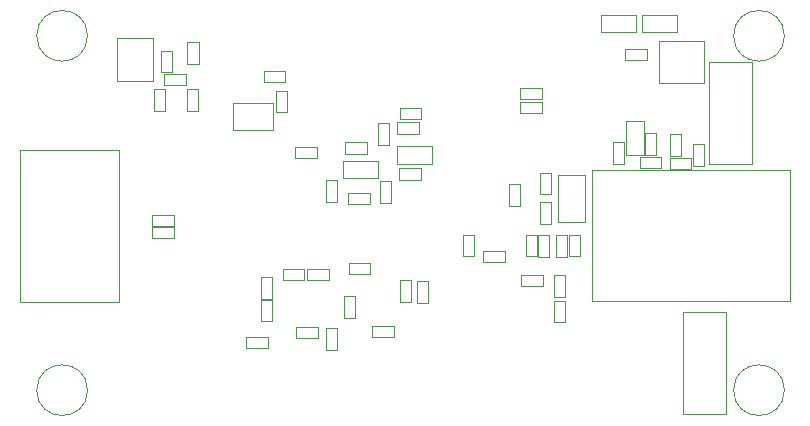
<source format=gbr>
%TF.GenerationSoftware,KiCad,Pcbnew,8.0.2-1*%
%TF.CreationDate,2024-12-04T10:13:36+09:00*%
%TF.ProjectId,gas_nrf52832,6761735f-6e72-4663-9532-3833322e6b69,rev?*%
%TF.SameCoordinates,Original*%
%TF.FileFunction,Other,User*%
%FSLAX46Y46*%
G04 Gerber Fmt 4.6, Leading zero omitted, Abs format (unit mm)*
G04 Created by KiCad (PCBNEW 8.0.2-1) date 2024-12-04 10:13:36*
%MOMM*%
%LPD*%
G01*
G04 APERTURE LIST*
%ADD10C,0.050000*%
G04 APERTURE END LIST*
D10*
X143355000Y-86345000D02*
X144295000Y-86345000D01*
X143355000Y-88205000D02*
X143355000Y-86345000D01*
X144295000Y-86345000D02*
X144295000Y-88205000D01*
X144295000Y-88205000D02*
X143355000Y-88205000D01*
X120455000Y-89230000D02*
X122315000Y-89230000D01*
X120455000Y-90170000D02*
X120455000Y-89230000D01*
X122315000Y-89230000D02*
X122315000Y-90170000D01*
X122315000Y-90170000D02*
X120455000Y-90170000D01*
X127565000Y-96190000D02*
X129425000Y-96190000D01*
X127565000Y-97130000D02*
X127565000Y-96190000D01*
X129425000Y-96190000D02*
X129425000Y-97130000D01*
X129425000Y-97130000D02*
X127565000Y-97130000D01*
X106350000Y-83645000D02*
X109750000Y-83645000D01*
X106350000Y-85945000D02*
X106350000Y-83645000D01*
X109750000Y-83645000D02*
X109750000Y-85945000D01*
X109750000Y-85945000D02*
X106350000Y-85945000D01*
X108760000Y-100365000D02*
X109680000Y-100365000D01*
X108760000Y-102185000D02*
X108760000Y-100365000D01*
X109680000Y-100365000D02*
X109680000Y-102185000D01*
X109680000Y-102185000D02*
X108760000Y-102185000D01*
X115870000Y-87030000D02*
X117730000Y-87030000D01*
X115870000Y-87970000D02*
X115870000Y-87030000D01*
X117730000Y-87030000D02*
X117730000Y-87970000D01*
X117730000Y-87970000D02*
X115870000Y-87970000D01*
X137540000Y-76242500D02*
X140500000Y-76242500D01*
X137540000Y-77702500D02*
X137540000Y-76242500D01*
X140500000Y-76242500D02*
X140500000Y-77702500D01*
X140500000Y-77702500D02*
X137540000Y-77702500D01*
X112670000Y-97730000D02*
X114530000Y-97730000D01*
X112670000Y-98670000D02*
X112670000Y-97730000D01*
X114530000Y-97730000D02*
X114530000Y-98670000D01*
X114530000Y-98670000D02*
X112670000Y-98670000D01*
X130710000Y-83640000D02*
X132530000Y-83640000D01*
X130710000Y-84560000D02*
X130710000Y-83640000D01*
X132530000Y-83640000D02*
X132530000Y-84560000D01*
X132530000Y-84560000D02*
X130710000Y-84560000D01*
X120220000Y-87370000D02*
X123180000Y-87370000D01*
X120220000Y-88830000D02*
X120220000Y-87370000D01*
X123180000Y-87370000D02*
X123180000Y-88830000D01*
X123180000Y-88830000D02*
X120220000Y-88830000D01*
X96530000Y-78190000D02*
X96530000Y-81790000D01*
X96530000Y-81790000D02*
X99630000Y-81790000D01*
X99630000Y-78190000D02*
X96530000Y-78190000D01*
X99630000Y-81790000D02*
X99630000Y-78190000D01*
X144500000Y-101375000D02*
X144500000Y-110025000D01*
X144500000Y-110025000D02*
X148100000Y-110025000D01*
X148100000Y-101375000D02*
X144500000Y-101375000D01*
X148100000Y-110025000D02*
X148100000Y-101375000D01*
X133900000Y-89750000D02*
X136200000Y-89750000D01*
X133900000Y-93750000D02*
X133900000Y-89750000D01*
X133900000Y-93750000D02*
X136200000Y-93750000D01*
X136200000Y-93750000D02*
X136200000Y-89750000D01*
X143365000Y-88340000D02*
X145185000Y-88340000D01*
X143365000Y-89260000D02*
X143365000Y-88340000D01*
X145185000Y-88340000D02*
X145185000Y-89260000D01*
X145185000Y-89260000D02*
X143365000Y-89260000D01*
X110570000Y-97740000D02*
X112390000Y-97740000D01*
X110570000Y-98660000D02*
X110570000Y-97740000D01*
X112390000Y-97740000D02*
X112390000Y-98660000D01*
X112390000Y-98660000D02*
X110570000Y-98660000D01*
X94050000Y-78000000D02*
G75*
G02*
X89750000Y-78000000I-2150000J0D01*
G01*
X89750000Y-78000000D02*
G75*
G02*
X94050000Y-78000000I2150000J0D01*
G01*
X94050000Y-108000000D02*
G75*
G02*
X89750000Y-108000000I-2150000J0D01*
G01*
X89750000Y-108000000D02*
G75*
G02*
X94050000Y-108000000I2150000J0D01*
G01*
X153050000Y-78000000D02*
G75*
G02*
X148750000Y-78000000I-2150000J0D01*
G01*
X148750000Y-78000000D02*
G75*
G02*
X153050000Y-78000000I2150000J0D01*
G01*
X153050000Y-108000000D02*
G75*
G02*
X148750000Y-108000000I-2150000J0D01*
G01*
X148750000Y-108000000D02*
G75*
G02*
X153050000Y-108000000I2150000J0D01*
G01*
X111735000Y-102665000D02*
X113555000Y-102665000D01*
X111735000Y-103585000D02*
X111735000Y-102665000D01*
X113555000Y-102665000D02*
X113555000Y-103585000D01*
X113555000Y-103585000D02*
X111735000Y-103585000D01*
X102490000Y-82505000D02*
X103410000Y-82505000D01*
X102490000Y-84325000D02*
X102490000Y-82505000D01*
X103410000Y-82505000D02*
X103410000Y-84325000D01*
X103410000Y-84325000D02*
X102490000Y-84325000D01*
X115645000Y-88570000D02*
X118605000Y-88570000D01*
X115645000Y-90030000D02*
X115645000Y-88570000D01*
X118605000Y-88570000D02*
X118605000Y-90030000D01*
X118605000Y-90030000D02*
X115645000Y-90030000D01*
X99715000Y-82505000D02*
X100635000Y-82505000D01*
X99715000Y-84325000D02*
X99715000Y-82505000D01*
X100635000Y-82505000D02*
X100635000Y-84325000D01*
X100635000Y-84325000D02*
X99715000Y-84325000D01*
X139670000Y-85170000D02*
X141130000Y-85170000D01*
X139670000Y-88130000D02*
X139670000Y-85170000D01*
X141130000Y-85170000D02*
X141130000Y-88130000D01*
X141130000Y-88130000D02*
X139670000Y-88130000D01*
X133540000Y-100410000D02*
X134460000Y-100410000D01*
X133540000Y-102230000D02*
X133540000Y-100410000D01*
X134460000Y-100410000D02*
X134460000Y-102230000D01*
X134460000Y-102230000D02*
X133540000Y-102230000D01*
X118830000Y-90270000D02*
X119770000Y-90270000D01*
X118830000Y-92130000D02*
X118830000Y-90270000D01*
X119770000Y-90270000D02*
X119770000Y-92130000D01*
X119770000Y-92130000D02*
X118830000Y-92130000D01*
X118640000Y-85410000D02*
X119560000Y-85410000D01*
X118640000Y-87230000D02*
X118640000Y-85410000D01*
X119560000Y-85410000D02*
X119560000Y-87230000D01*
X119560000Y-87230000D02*
X118640000Y-87230000D01*
X132225000Y-94830000D02*
X133165000Y-94830000D01*
X132225000Y-96690000D02*
X132225000Y-94830000D01*
X133165000Y-94830000D02*
X133165000Y-96690000D01*
X133165000Y-96690000D02*
X132225000Y-96690000D01*
X146700000Y-80200000D02*
X146700000Y-88850000D01*
X146700000Y-88850000D02*
X150300000Y-88850000D01*
X150300000Y-80200000D02*
X146700000Y-80200000D01*
X150300000Y-88850000D02*
X150300000Y-80200000D01*
X110015000Y-82650000D02*
X110935000Y-82650000D01*
X110015000Y-84470000D02*
X110015000Y-82650000D01*
X110935000Y-82650000D02*
X110935000Y-84470000D01*
X110935000Y-84470000D02*
X110015000Y-84470000D01*
X100250000Y-79280000D02*
X101170000Y-79280000D01*
X100250000Y-81100000D02*
X100250000Y-79280000D01*
X101170000Y-79280000D02*
X101170000Y-81100000D01*
X101170000Y-81100000D02*
X100250000Y-81100000D01*
X130770000Y-98230000D02*
X132630000Y-98230000D01*
X130770000Y-99170000D02*
X130770000Y-98230000D01*
X132630000Y-98230000D02*
X132630000Y-99170000D01*
X132630000Y-99170000D02*
X130770000Y-99170000D01*
X141280000Y-86220000D02*
X142220000Y-86220000D01*
X141280000Y-88080000D02*
X141280000Y-86220000D01*
X142220000Y-86220000D02*
X142220000Y-88080000D01*
X142220000Y-88080000D02*
X141280000Y-88080000D01*
X136750000Y-89377500D02*
X136750000Y-100477500D01*
X136750000Y-100477500D02*
X153550000Y-100477500D01*
X153550000Y-89377500D02*
X136750000Y-89377500D01*
X153550000Y-100477500D02*
X153550000Y-89377500D01*
X145330000Y-87170000D02*
X146270000Y-87170000D01*
X145330000Y-89030000D02*
X145330000Y-87170000D01*
X146270000Y-87170000D02*
X146270000Y-89030000D01*
X146270000Y-89030000D02*
X145330000Y-89030000D01*
X133550000Y-98290000D02*
X134470000Y-98290000D01*
X133550000Y-100110000D02*
X133550000Y-98290000D01*
X134470000Y-98290000D02*
X134470000Y-100110000D01*
X134470000Y-100110000D02*
X133550000Y-100110000D01*
X140790000Y-88290000D02*
X142610000Y-88290000D01*
X140790000Y-89210000D02*
X140790000Y-88290000D01*
X142610000Y-88290000D02*
X142610000Y-89210000D01*
X142610000Y-89210000D02*
X140790000Y-89210000D01*
X120510000Y-98715000D02*
X121430000Y-98715000D01*
X120510000Y-100535000D02*
X120510000Y-98715000D01*
X121430000Y-98715000D02*
X121430000Y-100535000D01*
X121430000Y-100535000D02*
X120510000Y-100535000D01*
X129750000Y-90550000D02*
X130690000Y-90550000D01*
X129750000Y-92410000D02*
X129750000Y-90550000D01*
X130690000Y-90550000D02*
X130690000Y-92410000D01*
X130690000Y-92410000D02*
X129750000Y-92410000D01*
X115730000Y-99995000D02*
X116670000Y-99995000D01*
X115730000Y-101855000D02*
X115730000Y-99995000D01*
X116670000Y-99995000D02*
X116670000Y-101855000D01*
X116670000Y-101855000D02*
X115730000Y-101855000D01*
X111580000Y-87430000D02*
X113440000Y-87430000D01*
X111580000Y-88370000D02*
X111580000Y-87430000D01*
X113440000Y-87430000D02*
X113440000Y-88370000D01*
X113440000Y-88370000D02*
X111580000Y-88370000D01*
X120270000Y-85330000D02*
X122130000Y-85330000D01*
X120270000Y-86270000D02*
X120270000Y-85330000D01*
X122130000Y-85330000D02*
X122130000Y-86270000D01*
X122130000Y-86270000D02*
X120270000Y-86270000D01*
X125860000Y-94825000D02*
X126780000Y-94825000D01*
X125860000Y-96645000D02*
X125860000Y-94825000D01*
X126780000Y-94825000D02*
X126780000Y-96645000D01*
X126780000Y-96645000D02*
X125860000Y-96645000D01*
X108750000Y-98420000D02*
X109690000Y-98420000D01*
X108750000Y-100280000D02*
X108750000Y-98420000D01*
X109690000Y-98420000D02*
X109690000Y-100280000D01*
X109690000Y-100280000D02*
X108750000Y-100280000D01*
X132340000Y-89610000D02*
X133260000Y-89610000D01*
X132340000Y-91430000D02*
X132340000Y-89610000D01*
X133260000Y-89610000D02*
X133260000Y-91430000D01*
X133260000Y-91430000D02*
X132340000Y-91430000D01*
X139560000Y-79130000D02*
X141420000Y-79130000D01*
X139560000Y-80070000D02*
X139560000Y-79130000D01*
X141420000Y-79130000D02*
X141420000Y-80070000D01*
X141420000Y-80070000D02*
X139560000Y-80070000D01*
X118170000Y-102590000D02*
X119990000Y-102590000D01*
X118170000Y-103510000D02*
X118170000Y-102590000D01*
X119990000Y-102590000D02*
X119990000Y-103510000D01*
X119990000Y-103510000D02*
X118170000Y-103510000D01*
X114230000Y-102770000D02*
X115170000Y-102770000D01*
X114230000Y-104630000D02*
X114230000Y-102770000D01*
X115170000Y-102770000D02*
X115170000Y-104630000D01*
X115170000Y-104630000D02*
X114230000Y-104630000D01*
X142425000Y-78442500D02*
X146275000Y-78442500D01*
X142425000Y-81982500D02*
X142425000Y-78442500D01*
X146275000Y-78442500D02*
X146275000Y-81982500D01*
X146275000Y-81982500D02*
X142425000Y-81982500D01*
X116190000Y-97240000D02*
X118010000Y-97240000D01*
X116190000Y-98160000D02*
X116190000Y-97240000D01*
X118010000Y-97240000D02*
X118010000Y-98160000D01*
X118010000Y-98160000D02*
X116190000Y-98160000D01*
X99520000Y-94155000D02*
X101380000Y-94155000D01*
X99520000Y-95095000D02*
X99520000Y-94155000D01*
X101380000Y-94155000D02*
X101380000Y-95095000D01*
X101380000Y-95095000D02*
X99520000Y-95095000D01*
X121930000Y-98720000D02*
X122870000Y-98720000D01*
X121930000Y-100580000D02*
X121930000Y-98720000D01*
X122870000Y-98720000D02*
X122870000Y-100580000D01*
X122870000Y-100580000D02*
X121930000Y-100580000D01*
X140990000Y-76242500D02*
X143950000Y-76242500D01*
X140990000Y-77702500D02*
X140990000Y-76242500D01*
X143950000Y-76242500D02*
X143950000Y-77702500D01*
X143950000Y-77702500D02*
X140990000Y-77702500D01*
X100540000Y-81235000D02*
X102360000Y-81235000D01*
X100540000Y-82155000D02*
X100540000Y-81235000D01*
X102360000Y-81235000D02*
X102360000Y-82155000D01*
X102360000Y-82155000D02*
X100540000Y-82155000D01*
X138540000Y-86990000D02*
X139460000Y-86990000D01*
X138540000Y-88810000D02*
X138540000Y-86990000D01*
X139460000Y-86990000D02*
X139460000Y-88810000D01*
X139460000Y-88810000D02*
X138540000Y-88810000D01*
X133730000Y-94825000D02*
X134670000Y-94825000D01*
X133730000Y-96685000D02*
X133730000Y-94825000D01*
X134670000Y-94825000D02*
X134670000Y-96685000D01*
X134670000Y-96685000D02*
X133730000Y-96685000D01*
X102515000Y-78500000D02*
X103455000Y-78500000D01*
X102515000Y-80360000D02*
X102515000Y-78500000D01*
X103455000Y-78500000D02*
X103455000Y-80360000D01*
X103455000Y-80360000D02*
X102515000Y-80360000D01*
X99520000Y-93130000D02*
X101380000Y-93130000D01*
X99520000Y-94070000D02*
X99520000Y-93130000D01*
X101380000Y-93130000D02*
X101380000Y-94070000D01*
X101380000Y-94070000D02*
X99520000Y-94070000D01*
X132340000Y-92090000D02*
X133260000Y-92090000D01*
X132340000Y-93910000D02*
X132340000Y-92090000D01*
X133260000Y-92090000D02*
X133260000Y-93910000D01*
X133260000Y-93910000D02*
X132340000Y-93910000D01*
X88300000Y-87690000D02*
X88300000Y-100530000D01*
X88300000Y-100530000D02*
X96750000Y-100530000D01*
X96750000Y-87690000D02*
X88300000Y-87690000D01*
X96750000Y-100530000D02*
X96750000Y-87690000D01*
X130710000Y-82440000D02*
X132530000Y-82440000D01*
X130710000Y-83360000D02*
X130710000Y-82440000D01*
X132530000Y-82440000D02*
X132530000Y-83360000D01*
X132530000Y-83360000D02*
X130710000Y-83360000D01*
X116070000Y-91330000D02*
X117930000Y-91330000D01*
X116070000Y-92270000D02*
X116070000Y-91330000D01*
X117930000Y-91330000D02*
X117930000Y-92270000D01*
X117930000Y-92270000D02*
X116070000Y-92270000D01*
X114230000Y-90170000D02*
X115170000Y-90170000D01*
X114230000Y-92030000D02*
X114230000Y-90170000D01*
X115170000Y-90170000D02*
X115170000Y-92030000D01*
X115170000Y-92030000D02*
X114230000Y-92030000D01*
X120490000Y-84140000D02*
X122310000Y-84140000D01*
X120490000Y-85060000D02*
X120490000Y-84140000D01*
X122310000Y-84140000D02*
X122310000Y-85060000D01*
X122310000Y-85060000D02*
X120490000Y-85060000D01*
X131170000Y-94830000D02*
X132090000Y-94830000D01*
X131170000Y-96650000D02*
X131170000Y-94830000D01*
X132090000Y-94830000D02*
X132090000Y-96650000D01*
X132090000Y-96650000D02*
X131170000Y-96650000D01*
X134810000Y-94825000D02*
X135730000Y-94825000D01*
X134810000Y-96645000D02*
X134810000Y-94825000D01*
X135730000Y-94825000D02*
X135730000Y-96645000D01*
X135730000Y-96645000D02*
X134810000Y-96645000D01*
X108960000Y-80960000D02*
X110780000Y-80960000D01*
X108960000Y-81880000D02*
X108960000Y-80960000D01*
X110780000Y-80960000D02*
X110780000Y-81880000D01*
X110780000Y-81880000D02*
X108960000Y-81880000D01*
X107470000Y-103530000D02*
X109330000Y-103530000D01*
X107470000Y-104470000D02*
X107470000Y-103530000D01*
X109330000Y-103530000D02*
X109330000Y-104470000D01*
X109330000Y-104470000D02*
X107470000Y-104470000D01*
M02*

</source>
